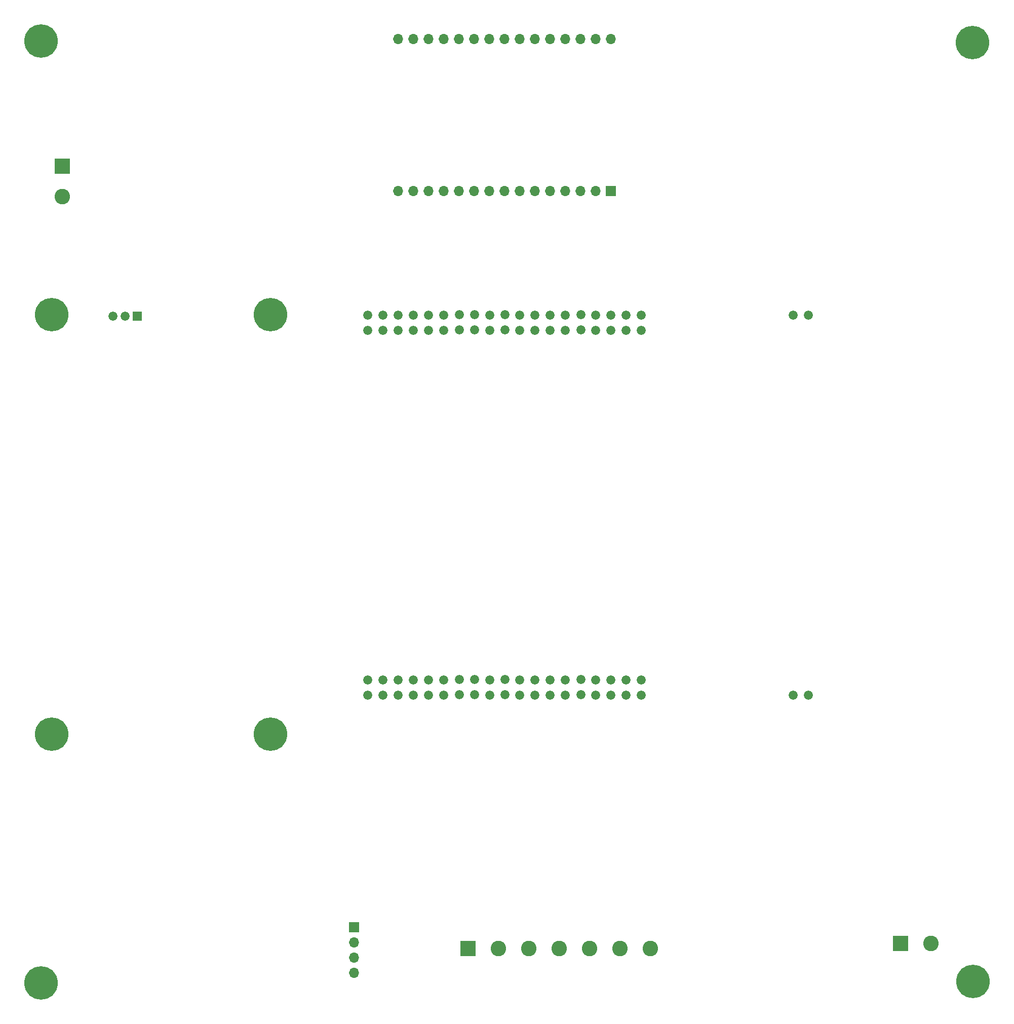
<source format=gbs>
G04 #@! TF.GenerationSoftware,KiCad,Pcbnew,(6.0.11)*
G04 #@! TF.CreationDate,2023-04-07T23:50:29+07:00*
G04 #@! TF.ProjectId,FRA261,46524132-3631-42e6-9b69-6361645f7063,rev?*
G04 #@! TF.SameCoordinates,Original*
G04 #@! TF.FileFunction,Soldermask,Bot*
G04 #@! TF.FilePolarity,Negative*
%FSLAX46Y46*%
G04 Gerber Fmt 4.6, Leading zero omitted, Abs format (unit mm)*
G04 Created by KiCad (PCBNEW (6.0.11)) date 2023-04-07 23:50:29*
%MOMM*%
%LPD*%
G01*
G04 APERTURE LIST*
G04 Aperture macros list*
%AMFreePoly0*
4,1,30,0.171263,0.730184,0.328778,0.674096,0.469953,0.584503,0.587770,0.465861,0.676374,0.324064,0.731362,0.166161,0.750000,0.000000,0.749708,-0.020941,0.726437,-0.186517,0.667062,-0.342823,0.574533,-0.482091,0.453449,-0.597397,0.309828,-0.683013,0.150808,-0.734681,-0.015707,-0.749836,-0.181441,-0.727722,-0.338158,-0.669439,-0.478068,-0.577885,-0.594217,-0.457609,-0.680833,-0.314589,
-0.733611,-0.155934,-0.749927,0.010472,-0.728971,0.176357,-0.671784,0.333476,-0.581208,0.474022,-0.461746,0.591008,-0.319334,0.678620,-0.161051,0.732504,0.005236,0.749982,0.171263,0.730184,0.171263,0.730184,$1*%
G04 Aperture macros list end*
%ADD10R,2.600000X2.600000*%
%ADD11C,2.600000*%
%ADD12C,3.600000*%
%ADD13C,5.600000*%
%ADD14FreePoly0,270.000000*%
%ADD15R,1.700000X1.700000*%
%ADD16O,1.700000X1.700000*%
%ADD17FreePoly0,90.000000*%
%ADD18R,1.500000X1.500000*%
G04 APERTURE END LIST*
D10*
X136595000Y-188105000D03*
D11*
X141675000Y-188105000D03*
X146755000Y-188105000D03*
X151835000Y-188105000D03*
X156915000Y-188105000D03*
X161995000Y-188105000D03*
X167075000Y-188105000D03*
D12*
X103560000Y-82180000D03*
D13*
X103560000Y-82180000D03*
D12*
X66940000Y-82130000D03*
D13*
X66940000Y-82130000D03*
X65180000Y-36450000D03*
D12*
X65180000Y-36450000D03*
D14*
X165570000Y-82210000D03*
X165570000Y-84750000D03*
X163030000Y-82210000D03*
X163030000Y-84750000D03*
X160490000Y-82210000D03*
X160490000Y-84750000D03*
X157950000Y-82210000D03*
X157950000Y-84750000D03*
X155418332Y-82184446D03*
X155418332Y-84724446D03*
X152870000Y-82210000D03*
X152870000Y-84750000D03*
X150330000Y-82210000D03*
X150330000Y-84750000D03*
X147790000Y-82210000D03*
X147790000Y-84750000D03*
X145250000Y-82210000D03*
X145250000Y-84750000D03*
X142769553Y-82184446D03*
X142769553Y-84724446D03*
X140203998Y-82244109D03*
X140203998Y-84784109D03*
X137638444Y-82184446D03*
X137638444Y-84724446D03*
X135132554Y-82184446D03*
X135132554Y-84724446D03*
X132550000Y-82210000D03*
X132550000Y-84750000D03*
X130010000Y-82210000D03*
X130010000Y-84750000D03*
X127470000Y-82210000D03*
X127470000Y-84750000D03*
X124930000Y-82210000D03*
X124930000Y-84750000D03*
X122390000Y-82210000D03*
X122390000Y-84750000D03*
X119850000Y-82210000D03*
X119850000Y-84750000D03*
X165570000Y-143170000D03*
X165570000Y-145710000D03*
X163030000Y-143170000D03*
X163030000Y-145710000D03*
X160490000Y-143170000D03*
X160490000Y-145710000D03*
X157950000Y-143170000D03*
X157950000Y-145710000D03*
X155418332Y-143144446D03*
X155418332Y-145684446D03*
X152870000Y-143170000D03*
X152870000Y-145710000D03*
X150330000Y-143170000D03*
X150330000Y-145710000D03*
X147790000Y-143170000D03*
X147790000Y-145710000D03*
X145250000Y-143170000D03*
X145250000Y-145710000D03*
X142769553Y-143144446D03*
X142769553Y-145684446D03*
X140203998Y-143204109D03*
X140203998Y-145744109D03*
X137638444Y-143144446D03*
X137638444Y-145684446D03*
X135132554Y-143144446D03*
X135132554Y-145684446D03*
X132550000Y-143170000D03*
X132550000Y-145710000D03*
X130010000Y-143170000D03*
X130010000Y-145710000D03*
X127470000Y-143170000D03*
X127470000Y-145710000D03*
X124930000Y-143170000D03*
X124930000Y-145710000D03*
X122390000Y-143170000D03*
X122390000Y-145710000D03*
X119850000Y-143170000D03*
X119850000Y-145710000D03*
X193510000Y-82210000D03*
X190970000Y-82210000D03*
X193510000Y-145710000D03*
X190970000Y-145710000D03*
D10*
X208885000Y-187255000D03*
D11*
X213965000Y-187255000D03*
D13*
X103560000Y-152260000D03*
D12*
X103560000Y-152260000D03*
D15*
X117485000Y-184500000D03*
D16*
X117485000Y-187040000D03*
X117485000Y-189580000D03*
X117485000Y-192120000D03*
D13*
X66940000Y-152280000D03*
D12*
X66940000Y-152280000D03*
D13*
X65180000Y-193810000D03*
D12*
X65180000Y-193810000D03*
X220930000Y-36650000D03*
D13*
X220930000Y-36650000D03*
D10*
X68755000Y-57375000D03*
D11*
X68755000Y-62455000D03*
D13*
X220990000Y-193550000D03*
D12*
X220990000Y-193550000D03*
D16*
X160460000Y-36130000D03*
X157920000Y-36130000D03*
X155380000Y-36130000D03*
X152840000Y-36130000D03*
X150300000Y-36130000D03*
X147760000Y-36130000D03*
X145220000Y-36130000D03*
X142680000Y-36130000D03*
X140140000Y-36130000D03*
X137600000Y-36130000D03*
X135060000Y-36130000D03*
X132520000Y-36130000D03*
X129980000Y-36130000D03*
X127440000Y-36130000D03*
X124900000Y-36130000D03*
D15*
X160460000Y-61530000D03*
D16*
X157920000Y-61530000D03*
X155380000Y-61530000D03*
X152840000Y-61530000D03*
X150300000Y-61530000D03*
X147760000Y-61530000D03*
X145220000Y-61530000D03*
X142680000Y-61530000D03*
X140140000Y-61530000D03*
X137600000Y-61530000D03*
X135060000Y-61530000D03*
X132520000Y-61530000D03*
X129980000Y-61530000D03*
X127440000Y-61530000D03*
X124900000Y-61530000D03*
D17*
X77250000Y-82370000D03*
X79250000Y-82370000D03*
D18*
X81250000Y-82370000D03*
M02*

</source>
